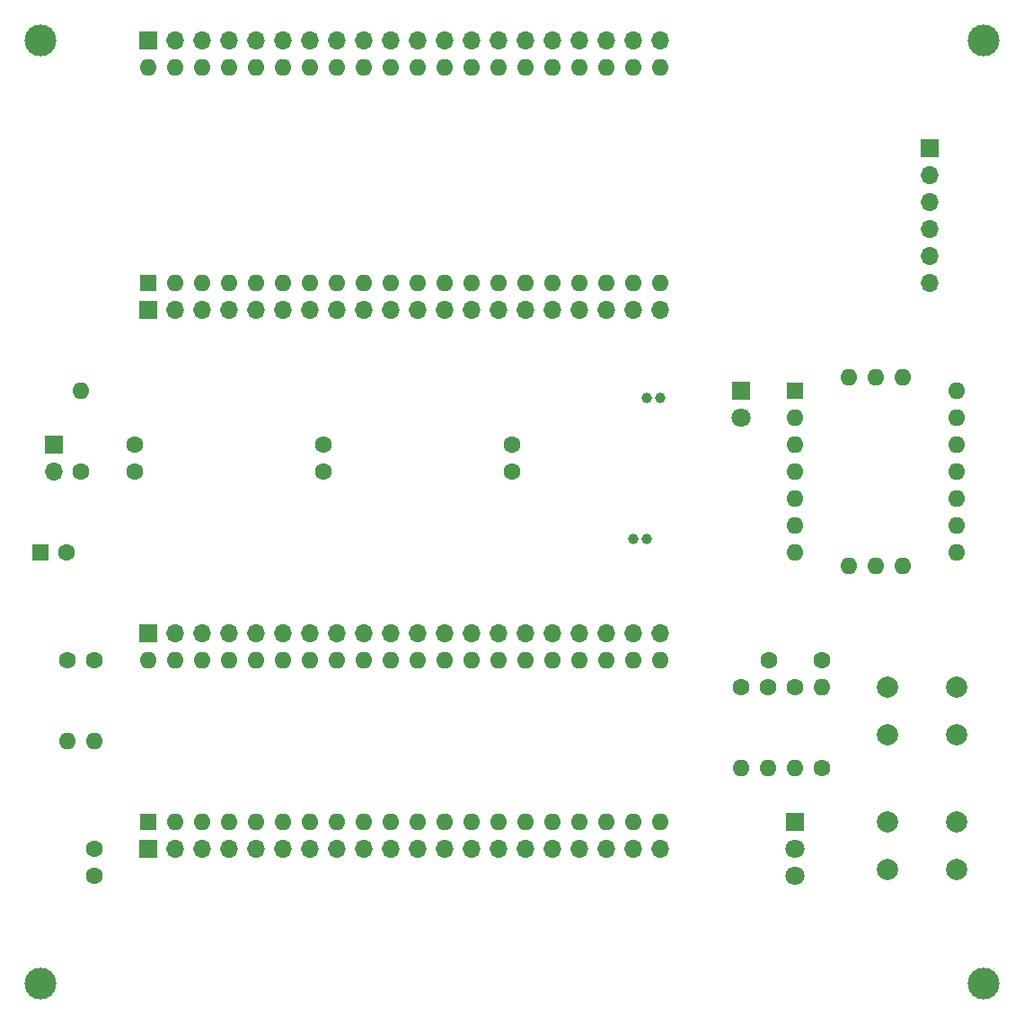
<source format=gbr>
%TF.GenerationSoftware,KiCad,Pcbnew,9.0.6*%
%TF.CreationDate,2026-01-12T10:04:11+09:00*%
%TF.ProjectId,TangNano6100MEM,54616e67-4e61-46e6-9f36-3130304d454d,rev?*%
%TF.SameCoordinates,Original*%
%TF.FileFunction,Soldermask,Bot*%
%TF.FilePolarity,Negative*%
%FSLAX46Y46*%
G04 Gerber Fmt 4.6, Leading zero omitted, Abs format (unit mm)*
G04 Created by KiCad (PCBNEW 9.0.6) date 2026-01-12 10:04:11*
%MOMM*%
%LPD*%
G01*
G04 APERTURE LIST*
%ADD10C,1.600000*%
%ADD11O,1.600000X1.600000*%
%ADD12C,3.000000*%
%ADD13R,1.800000X1.800000*%
%ADD14C,1.800000*%
%ADD15R,1.700000X1.700000*%
%ADD16O,1.700000X1.700000*%
%ADD17R,1.600000X1.600000*%
%ADD18C,2.000000*%
%ADD19C,1.000000*%
G04 APERTURE END LIST*
D10*
%TO.C,R2*%
X10160000Y-63500000D03*
D11*
X10160000Y-71120000D03*
%TD*%
D12*
%TO.C,REF\u002A\u002A*%
X93980000Y-93980000D03*
%TD*%
D13*
%TO.C,SW1*%
X76200000Y-78740000D03*
D14*
X76200000Y-81280000D03*
X76200000Y-83820000D03*
%TD*%
D10*
%TO.C,R7*%
X8890000Y-45720000D03*
D11*
X8890000Y-38100000D03*
%TD*%
D10*
%TO.C,C6*%
X49530000Y-43180000D03*
X49530000Y-45680000D03*
%TD*%
%TO.C,R6*%
X78740000Y-73660000D03*
D11*
X78740000Y-66040000D03*
%TD*%
D10*
%TO.C,R1*%
X7620000Y-63500000D03*
D11*
X7620000Y-71120000D03*
%TD*%
D10*
%TO.C,C1*%
X78740000Y-63500000D03*
X73740000Y-63500000D03*
%TD*%
%TO.C,C4*%
X13970000Y-43180000D03*
X13970000Y-45680000D03*
%TD*%
%TO.C,R3*%
X71120000Y-66040000D03*
D11*
X71120000Y-73660000D03*
%TD*%
D13*
%TO.C,LED1*%
X71120000Y-38100000D03*
D14*
X71120000Y-40640000D03*
%TD*%
D10*
%TO.C,R4*%
X73660000Y-66040000D03*
D11*
X73660000Y-73660000D03*
%TD*%
D12*
%TO.C,REF\u002A\u002A*%
X5080000Y-5080000D03*
%TD*%
D15*
%TO.C,J4*%
X15240000Y-81280000D03*
D16*
X17780000Y-81280000D03*
X20320000Y-81280000D03*
X22860000Y-81280000D03*
X25400000Y-81280000D03*
X27940000Y-81280000D03*
X30480000Y-81280000D03*
X33020000Y-81280000D03*
X35560000Y-81280000D03*
X38100000Y-81280000D03*
X40640000Y-81280000D03*
X43180000Y-81280000D03*
X45720000Y-81280000D03*
X48260000Y-81280000D03*
X50800000Y-81280000D03*
X53340000Y-81280000D03*
X55880000Y-81280000D03*
X58420000Y-81280000D03*
X60960000Y-81280000D03*
X63500000Y-81280000D03*
%TD*%
D17*
%TO.C,J1*%
X15240000Y-27940000D03*
D11*
X17780000Y-27940000D03*
X20320000Y-27940000D03*
X22860000Y-27940000D03*
X25400000Y-27940000D03*
X27940000Y-27940000D03*
X30480000Y-27940000D03*
X33020000Y-27940000D03*
X35560000Y-27940000D03*
X38100000Y-27940000D03*
X40640000Y-27940000D03*
X43180000Y-27940000D03*
X45720000Y-27940000D03*
X48260000Y-27940000D03*
X50800000Y-27940000D03*
X53340000Y-27940000D03*
X55880000Y-27940000D03*
X58420000Y-27940000D03*
X60960000Y-27940000D03*
X63500000Y-27940000D03*
X63500000Y-7620000D03*
X60960000Y-7620000D03*
X58420000Y-7620000D03*
X55880000Y-7620000D03*
X53340000Y-7620000D03*
X50800000Y-7620000D03*
X48260000Y-7620000D03*
X45720000Y-7620000D03*
X43180000Y-7620000D03*
X40640000Y-7620000D03*
X38100000Y-7620000D03*
X35560000Y-7620000D03*
X33020000Y-7620000D03*
X30480000Y-7620000D03*
X27940000Y-7620000D03*
X25400000Y-7620000D03*
X22860000Y-7620000D03*
X20320000Y-7620000D03*
X17780000Y-7620000D03*
X15240000Y-7620000D03*
%TD*%
D15*
%TO.C,J6*%
X6350000Y-43180000D03*
D16*
X6350000Y-45720000D03*
%TD*%
D15*
%TO.C,J7*%
X88900000Y-15240000D03*
D16*
X88900000Y-17780000D03*
X88900000Y-20320000D03*
X88900000Y-22860000D03*
X88900000Y-25400000D03*
X88900000Y-27940000D03*
%TD*%
D18*
%TO.C,SW3*%
X84940000Y-66040000D03*
X91440000Y-66040000D03*
X84940000Y-70540000D03*
X91440000Y-70540000D03*
%TD*%
D15*
%TO.C,J3*%
X15240000Y-5080000D03*
D16*
X17780000Y-5080000D03*
X20320000Y-5080000D03*
X22860000Y-5080000D03*
X25400000Y-5080000D03*
X27940000Y-5080000D03*
X30480000Y-5080000D03*
X33020000Y-5080000D03*
X35560000Y-5080000D03*
X38100000Y-5080000D03*
X40640000Y-5080000D03*
X43180000Y-5080000D03*
X45720000Y-5080000D03*
X48260000Y-5080000D03*
X50800000Y-5080000D03*
X53340000Y-5080000D03*
X55880000Y-5080000D03*
X58420000Y-5080000D03*
X60960000Y-5080000D03*
X63500000Y-5080000D03*
%TD*%
D19*
%TO.C,E1*%
X60960000Y-52070000D03*
X62230000Y-52070000D03*
%TD*%
D10*
%TO.C,C2*%
X10160000Y-81280000D03*
X10160000Y-83780000D03*
%TD*%
D17*
%TO.C,C3*%
X5080000Y-53340000D03*
D10*
X7580000Y-53340000D03*
%TD*%
D17*
%TO.C,U1*%
X15240000Y-78740000D03*
D11*
X17780000Y-78740000D03*
X20320000Y-78740000D03*
X22860000Y-78740000D03*
X25400000Y-78740000D03*
X27940000Y-78740000D03*
X30480000Y-78740000D03*
X33020000Y-78740000D03*
X35560000Y-78740000D03*
X38100000Y-78740000D03*
X40640000Y-78740000D03*
X43180000Y-78740000D03*
X45720000Y-78740000D03*
X48260000Y-78740000D03*
X50800000Y-78740000D03*
X53340000Y-78740000D03*
X55880000Y-78740000D03*
X58420000Y-78740000D03*
X60960000Y-78740000D03*
X63500000Y-78740000D03*
X63500000Y-63500000D03*
X60960000Y-63500000D03*
X58420000Y-63500000D03*
X55880000Y-63500000D03*
X53340000Y-63500000D03*
X50800000Y-63500000D03*
X48260000Y-63500000D03*
X45720000Y-63500000D03*
X43180000Y-63500000D03*
X40640000Y-63500000D03*
X38100000Y-63500000D03*
X35560000Y-63500000D03*
X33020000Y-63500000D03*
X30480000Y-63500000D03*
X27940000Y-63500000D03*
X25400000Y-63500000D03*
X22860000Y-63500000D03*
X20320000Y-63500000D03*
X17780000Y-63500000D03*
X15240000Y-63500000D03*
%TD*%
D10*
%TO.C,R5*%
X76200000Y-66040000D03*
D11*
X76200000Y-73660000D03*
%TD*%
D12*
%TO.C,REF\u002A\u002A*%
X5080000Y-93980000D03*
%TD*%
D18*
%TO.C,SW2*%
X84940000Y-78740000D03*
X91440000Y-78740000D03*
X84940000Y-83240000D03*
X91440000Y-83240000D03*
%TD*%
D15*
%TO.C,J2*%
X15240000Y-30480000D03*
D16*
X17780000Y-30480000D03*
X20320000Y-30480000D03*
X22860000Y-30480000D03*
X25400000Y-30480000D03*
X27940000Y-30480000D03*
X30480000Y-30480000D03*
X33020000Y-30480000D03*
X35560000Y-30480000D03*
X38100000Y-30480000D03*
X40640000Y-30480000D03*
X43180000Y-30480000D03*
X45720000Y-30480000D03*
X48260000Y-30480000D03*
X50800000Y-30480000D03*
X53340000Y-30480000D03*
X55880000Y-30480000D03*
X58420000Y-30480000D03*
X60960000Y-30480000D03*
X63500000Y-30480000D03*
%TD*%
D19*
%TO.C,E2*%
X62230000Y-38735000D03*
X63500000Y-38735000D03*
%TD*%
D10*
%TO.C,C5*%
X31750000Y-43180000D03*
X31750000Y-45680000D03*
%TD*%
D17*
%TO.C,U5*%
X76200000Y-38100000D03*
D11*
X86360000Y-36830000D03*
X86360000Y-54610000D03*
X76200000Y-40640000D03*
X83820000Y-36830000D03*
X83820000Y-54610000D03*
X76200000Y-43180000D03*
X76200000Y-45720000D03*
X76200000Y-48260000D03*
X76200000Y-50800000D03*
X76200000Y-53340000D03*
X91440000Y-53340000D03*
X91440000Y-50800000D03*
X91440000Y-48260000D03*
X91440000Y-45720000D03*
X91440000Y-43180000D03*
X91440000Y-40640000D03*
X81280000Y-36830000D03*
X91440000Y-38100000D03*
X81280000Y-54610000D03*
%TD*%
D15*
%TO.C,J5*%
X15240000Y-60960000D03*
D16*
X17780000Y-60960000D03*
X20320000Y-60960000D03*
X22860000Y-60960000D03*
X25400000Y-60960000D03*
X27940000Y-60960000D03*
X30480000Y-60960000D03*
X33020000Y-60960000D03*
X35560000Y-60960000D03*
X38100000Y-60960000D03*
X40640000Y-60960000D03*
X43180000Y-60960000D03*
X45720000Y-60960000D03*
X48260000Y-60960000D03*
X50800000Y-60960000D03*
X53340000Y-60960000D03*
X55880000Y-60960000D03*
X58420000Y-60960000D03*
X60960000Y-60960000D03*
X63500000Y-60960000D03*
%TD*%
D12*
%TO.C,REF\u002A\u002A*%
X93980000Y-5080000D03*
%TD*%
M02*

</source>
